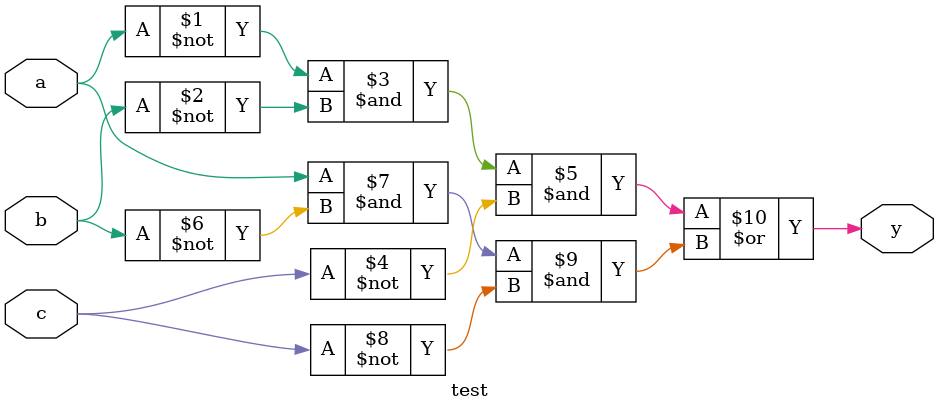
<source format=v>
module test(
	input a,b,c,
	output y);
	assign y = ~a & ~b & ~c |
				a & ~b & ~c;
endmodule

</source>
